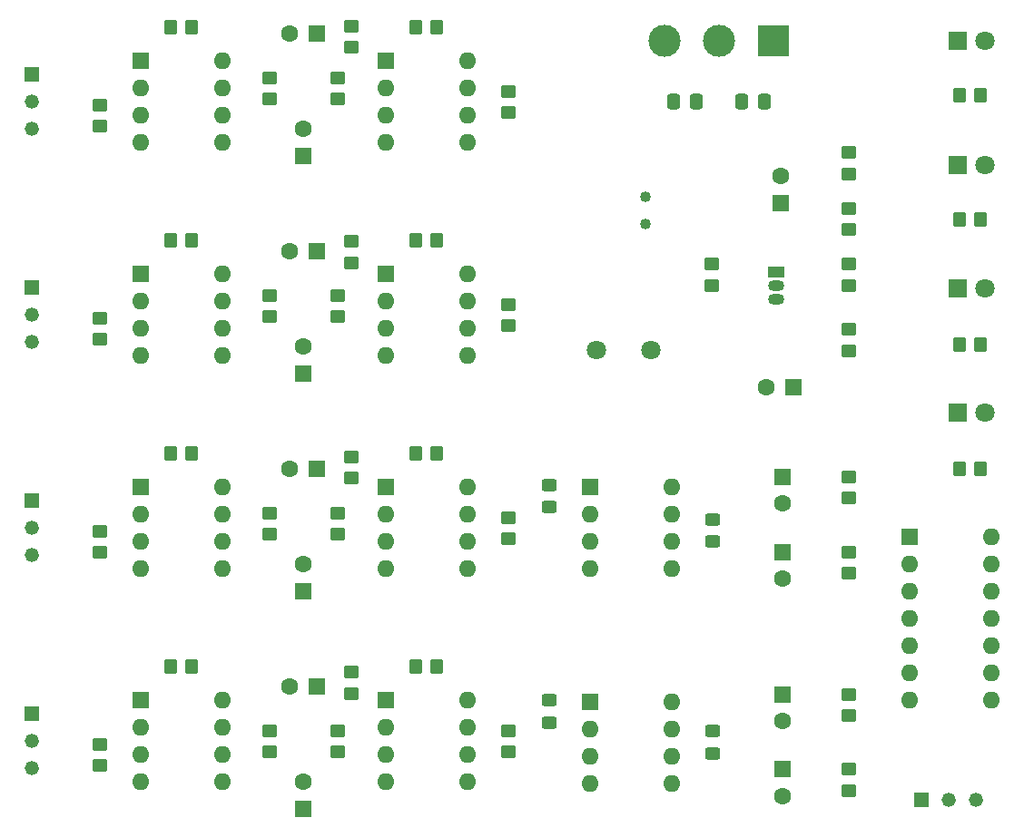
<source format=gts>
%TF.GenerationSoftware,KiCad,Pcbnew,(6.0.1)*%
%TF.CreationDate,2022-03-23T17:06:24-04:00*%
%TF.ProjectId,accordeur,6163636f-7264-4657-9572-2e6b69636164,0*%
%TF.SameCoordinates,Original*%
%TF.FileFunction,Soldermask,Top*%
%TF.FilePolarity,Negative*%
%FSLAX46Y46*%
G04 Gerber Fmt 4.6, Leading zero omitted, Abs format (unit mm)*
G04 Created by KiCad (PCBNEW (6.0.1)) date 2022-03-23 17:06:24*
%MOMM*%
%LPD*%
G01*
G04 APERTURE LIST*
G04 Aperture macros list*
%AMRoundRect*
0 Rectangle with rounded corners*
0 $1 Rounding radius*
0 $2 $3 $4 $5 $6 $7 $8 $9 X,Y pos of 4 corners*
0 Add a 4 corners polygon primitive as box body*
4,1,4,$2,$3,$4,$5,$6,$7,$8,$9,$2,$3,0*
0 Add four circle primitives for the rounded corners*
1,1,$1+$1,$2,$3*
1,1,$1+$1,$4,$5*
1,1,$1+$1,$6,$7*
1,1,$1+$1,$8,$9*
0 Add four rect primitives between the rounded corners*
20,1,$1+$1,$2,$3,$4,$5,0*
20,1,$1+$1,$4,$5,$6,$7,0*
20,1,$1+$1,$6,$7,$8,$9,0*
20,1,$1+$1,$8,$9,$2,$3,0*%
G04 Aperture macros list end*
%ADD10R,1.600000X1.600000*%
%ADD11C,1.600000*%
%ADD12O,1.600000X1.600000*%
%ADD13RoundRect,0.250000X-0.450000X0.350000X-0.450000X-0.350000X0.450000X-0.350000X0.450000X0.350000X0*%
%ADD14RoundRect,0.250000X0.450000X-0.350000X0.450000X0.350000X-0.450000X0.350000X-0.450000X-0.350000X0*%
%ADD15RoundRect,0.250000X0.350000X0.450000X-0.350000X0.450000X-0.350000X-0.450000X0.350000X-0.450000X0*%
%ADD16RoundRect,0.250000X-0.337500X-0.475000X0.337500X-0.475000X0.337500X0.475000X-0.337500X0.475000X0*%
%ADD17R,1.320800X1.320800*%
%ADD18C,1.320800*%
%ADD19RoundRect,0.250000X0.450000X-0.325000X0.450000X0.325000X-0.450000X0.325000X-0.450000X-0.325000X0*%
%ADD20R,1.800000X1.800000*%
%ADD21C,1.800000*%
%ADD22RoundRect,0.250000X-0.350000X-0.450000X0.350000X-0.450000X0.350000X0.450000X-0.350000X0.450000X0*%
%ADD23RoundRect,0.250000X0.337500X0.475000X-0.337500X0.475000X-0.337500X-0.475000X0.337500X-0.475000X0*%
%ADD24R,1.500000X1.050000*%
%ADD25O,1.500000X1.050000*%
%ADD26C,1.016000*%
%ADD27R,3.000000X3.000000*%
%ADD28C,3.000000*%
G04 APERTURE END LIST*
D10*
X144780000Y-70376395D03*
D11*
X144780000Y-67876395D03*
D10*
X127010000Y-116950000D03*
D12*
X127010000Y-119490000D03*
X127010000Y-122030000D03*
X127010000Y-124570000D03*
X134630000Y-124570000D03*
X134630000Y-122030000D03*
X134630000Y-119490000D03*
X134630000Y-116950000D03*
D13*
X97155000Y-58690000D03*
X97155000Y-60690000D03*
D14*
X81280000Y-63230000D03*
X81280000Y-61230000D03*
D13*
X97155000Y-119650000D03*
X97155000Y-121650000D03*
D15*
X89900000Y-73871666D03*
X87900000Y-73871666D03*
D14*
X119380000Y-101753332D03*
X119380000Y-99753332D03*
D16*
X134852500Y-60960000D03*
X136927500Y-60960000D03*
D10*
X145000000Y-102997000D03*
D11*
X145000000Y-105497000D03*
D10*
X100285113Y-86295111D03*
D11*
X100285113Y-83795111D03*
D17*
X74930000Y-98213332D03*
D18*
X74930000Y-100753332D03*
X74930000Y-103293332D03*
D11*
X100285113Y-124435113D03*
D10*
X100285113Y-126935113D03*
D19*
X138430000Y-101990000D03*
X138430000Y-99940000D03*
D10*
X85100000Y-77056666D03*
D12*
X85100000Y-79596666D03*
X85100000Y-82136666D03*
X85100000Y-84676666D03*
X92720000Y-84676666D03*
X92720000Y-82136666D03*
X92720000Y-79596666D03*
X92720000Y-77056666D03*
D20*
X161285000Y-90000000D03*
D21*
X163825000Y-90000000D03*
D15*
X89900000Y-113665000D03*
X87900000Y-113665000D03*
D13*
X97155000Y-99330000D03*
X97155000Y-101330000D03*
D17*
X74930000Y-78316666D03*
D18*
X74930000Y-80856666D03*
X74930000Y-83396666D03*
D10*
X107960000Y-57160000D03*
D12*
X107960000Y-59700000D03*
X107960000Y-62240000D03*
X107960000Y-64780000D03*
X115580000Y-64780000D03*
X115580000Y-62240000D03*
X115580000Y-59700000D03*
X115580000Y-57160000D03*
D17*
X74930000Y-118110000D03*
D18*
X74930000Y-120650000D03*
X74930000Y-123190000D03*
D13*
X151130000Y-95949888D03*
X151130000Y-97949888D03*
X151130000Y-123269888D03*
X151130000Y-125269888D03*
D10*
X101535113Y-95249998D03*
D11*
X99035113Y-95249998D03*
D22*
X110760000Y-73871666D03*
X112760000Y-73871666D03*
D13*
X97155000Y-79010000D03*
X97155000Y-81010000D03*
D17*
X74930000Y-58420000D03*
D18*
X74930000Y-60960000D03*
X74930000Y-63500000D03*
D10*
X127010000Y-96953332D03*
D12*
X127010000Y-99493332D03*
X127010000Y-102033332D03*
X127010000Y-104573332D03*
X134630000Y-104573332D03*
X134630000Y-102033332D03*
X134630000Y-99493332D03*
X134630000Y-96953332D03*
D13*
X151130000Y-76105000D03*
X151130000Y-78105000D03*
D14*
X103505000Y-58690000D03*
X103505000Y-60690000D03*
D13*
X151130000Y-82185000D03*
X151130000Y-84185000D03*
D10*
X107960000Y-77056666D03*
D12*
X107960000Y-79596666D03*
X107960000Y-82136666D03*
X107960000Y-84676666D03*
X115580000Y-84676666D03*
X115580000Y-82136666D03*
X115580000Y-79596666D03*
X115580000Y-77056666D03*
D10*
X100285113Y-106615110D03*
D11*
X100285113Y-104115110D03*
D10*
X85100000Y-57160000D03*
D12*
X85100000Y-59700000D03*
X85100000Y-62240000D03*
X85100000Y-64780000D03*
X92720000Y-64780000D03*
X92720000Y-62240000D03*
X92720000Y-59700000D03*
X92720000Y-57160000D03*
D13*
X151130000Y-102997000D03*
X151130000Y-104997000D03*
D14*
X81280000Y-122920000D03*
X81280000Y-120920000D03*
D10*
X85100000Y-96953332D03*
D12*
X85100000Y-99493332D03*
X85100000Y-102033332D03*
X85100000Y-104573332D03*
X92720000Y-104573332D03*
X92720000Y-102033332D03*
X92720000Y-99493332D03*
X92720000Y-96953332D03*
D14*
X81280000Y-83126666D03*
X81280000Y-81126666D03*
D22*
X110760000Y-53975000D03*
X112760000Y-53975000D03*
D23*
X143277500Y-60960000D03*
X141202500Y-60960000D03*
D14*
X119380000Y-121650000D03*
X119380000Y-119650000D03*
D21*
X132715000Y-84090000D03*
X127635000Y-84090000D03*
D10*
X145000000Y-95949888D03*
D11*
X145000000Y-98449888D03*
D10*
X107960000Y-96953332D03*
D12*
X107960000Y-99493332D03*
X107960000Y-102033332D03*
X107960000Y-104573332D03*
X115580000Y-104573332D03*
X115580000Y-102033332D03*
X115580000Y-99493332D03*
X115580000Y-96953332D03*
D22*
X110760000Y-113665000D03*
X112760000Y-113665000D03*
D14*
X151130000Y-67675000D03*
X151130000Y-65675000D03*
D22*
X110760000Y-93768332D03*
X112760000Y-93768332D03*
D20*
X161285000Y-78415000D03*
D21*
X163825000Y-78415000D03*
D22*
X161460000Y-60325000D03*
X163460000Y-60325000D03*
D24*
X144420000Y-76835000D03*
D25*
X144420000Y-78105000D03*
X144420000Y-79375000D03*
D22*
X161460000Y-71966666D03*
X163460000Y-71966666D03*
D26*
X132175000Y-72390000D03*
X132175000Y-69850000D03*
D10*
X100285113Y-65975112D03*
D11*
X100285113Y-63475112D03*
D10*
X101535113Y-115569997D03*
D11*
X99035113Y-115569997D03*
D10*
X145985113Y-87630000D03*
D11*
X143485113Y-87630000D03*
D14*
X103505000Y-121650000D03*
X103505000Y-119650000D03*
X103505000Y-101330000D03*
X103505000Y-99330000D03*
X119380000Y-61960000D03*
X119380000Y-59960000D03*
D10*
X85100000Y-116850000D03*
D12*
X85100000Y-119390000D03*
X85100000Y-121930000D03*
X85100000Y-124470000D03*
X92720000Y-124470000D03*
X92720000Y-121930000D03*
X92720000Y-119390000D03*
X92720000Y-116850000D03*
D14*
X138385000Y-78105000D03*
X138385000Y-76105000D03*
D10*
X145000000Y-116269888D03*
D11*
X145000000Y-118769888D03*
D13*
X151130000Y-116269888D03*
X151130000Y-118269888D03*
D19*
X138430000Y-121775000D03*
X138430000Y-119725000D03*
D13*
X104775000Y-73991666D03*
X104775000Y-75991666D03*
D14*
X81280000Y-103023332D03*
X81280000Y-101023332D03*
X119380000Y-81856666D03*
X119380000Y-79856666D03*
D20*
X161285000Y-55245000D03*
D21*
X163825000Y-55245000D03*
D22*
X161460000Y-83608332D03*
X163460000Y-83608332D03*
D14*
X103505000Y-81010000D03*
X103505000Y-79010000D03*
D10*
X156855000Y-101595000D03*
D12*
X156855000Y-104135000D03*
X156855000Y-106675000D03*
X156855000Y-109215000D03*
X156855000Y-111755000D03*
X156855000Y-114295000D03*
X156855000Y-116835000D03*
X164475000Y-116835000D03*
X164475000Y-114295000D03*
X164475000Y-111755000D03*
X164475000Y-109215000D03*
X164475000Y-106675000D03*
X164475000Y-104135000D03*
X164475000Y-101595000D03*
D22*
X161460000Y-95250000D03*
X163460000Y-95250000D03*
D15*
X89900000Y-93768332D03*
X87900000Y-93768332D03*
D13*
X104775000Y-114205000D03*
X104775000Y-116205000D03*
D15*
X89900000Y-53975000D03*
X87900000Y-53975000D03*
D13*
X104775000Y-53885000D03*
X104775000Y-55885000D03*
X151130000Y-70890000D03*
X151130000Y-72890000D03*
D17*
X157937200Y-126111000D03*
D18*
X160477200Y-126111000D03*
X163017200Y-126111000D03*
D10*
X101535113Y-54610000D03*
D11*
X99035113Y-54610000D03*
D20*
X161285000Y-66830000D03*
D21*
X163825000Y-66830000D03*
D10*
X145000000Y-123269888D03*
D11*
X145000000Y-125769888D03*
D19*
X123190000Y-118890000D03*
X123190000Y-116840000D03*
D10*
X107960000Y-116850000D03*
D12*
X107960000Y-119390000D03*
X107960000Y-121930000D03*
X107960000Y-124470000D03*
X115580000Y-124470000D03*
X115580000Y-121930000D03*
X115580000Y-119390000D03*
X115580000Y-116850000D03*
D19*
X123190000Y-98815000D03*
X123190000Y-96765000D03*
D13*
X104775000Y-94098332D03*
X104775000Y-96098332D03*
D10*
X101535113Y-74929999D03*
D11*
X99035113Y-74929999D03*
D27*
X144145000Y-55245000D03*
D28*
X139065000Y-55245000D03*
X133985000Y-55245000D03*
M02*

</source>
